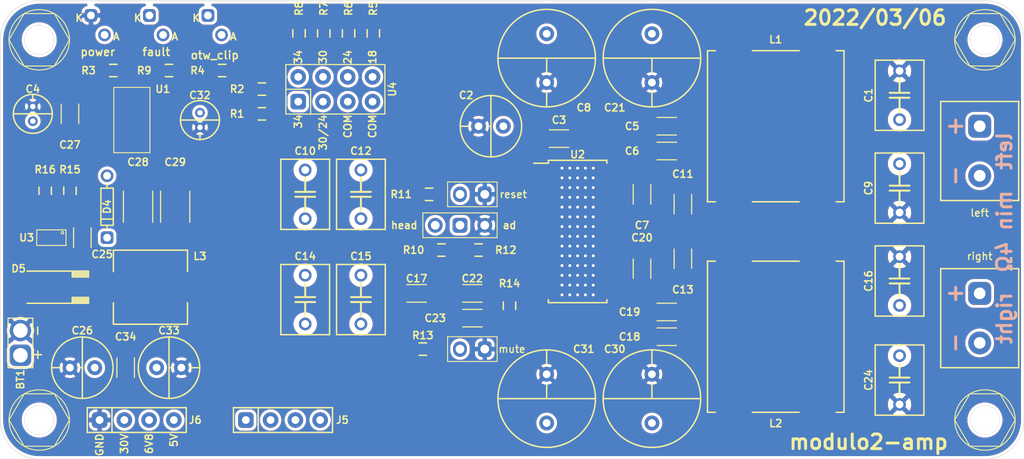
<source format=kicad_pcb>
(kicad_pcb (version 20211014) (generator pcbnew)
  (layers (0 "F.Cu" signal) (31 "B.Cu" signal) (34 "B.Paste" user) (35 "F.Paste" user) (36 "B.SilkS" user "B.Silkscreen") (37 "F.SilkS" user "F.Silkscreen") (38 "B.Mask" user) (39 "F.Mask" user) (44 "Edge.Cuts" user))
  (net 0 "")
  (net 1 "GND")
  (net 2 "Net-(C1-Pad1)")
  (net 3 "+5V")
  (net 4 "Net-(C5-Pad1)")
  (net 5 "Net-(C6-Pad1)")
  (net 6 "+BATT")
  (net 7 "Net-(C9-Pad2)")
  (net 8 "Net-(C10-Pad2)")
  (net 9 "Net-(C12-Pad2)")
  (net 10 "Net-(C14-Pad2)")
  (net 11 "Net-(C15-Pad2)")
  (net 12 "Net-(C16-Pad1)")
  (net 13 "Net-(C18-Pad2)")
  (net 14 "Net-(C19-Pad2)")
  (net 15 "Net-(C24-Pad2)")
  (net 16 "Net-(C25-Pad2)")
  (net 17 "Net-(C25-Pad1)")
  (net 18 "Net-(D1-Pad2)")
  (net 19 "Net-(D2-Pad1)")
  (net 20 "Net-(D3-Pad1)")
  (net 21 "OTW_CLIP")
  (net 22 "FAULT")
  (net 23 "Net-(R15-Pad2)")
  (net 24 "Net-(R1-Pad2)")
  (net 25 "Net-(R2-Pad2)")
  (net 26 "Net-(R5-Pad1)")
  (net 27 "Net-(R6-Pad1)")
  (net 28 "Net-(R7-Pad1)")
  (net 29 "Net-(R8-Pad1)")
  (net 30 "Net-(R13-Pad2)")
  (net 31 "Net-(U2-Pad2)")
  (net 32 "HEAD")
  (net 33 "Net-(C10-Pad1)")
  (net 34 "Net-(C12-Pad1)")
  (net 35 "Net-(C14-Pad1)")
  (net 36 "Net-(C15-Pad1)")
  (net 37 "6V8")
  (net 38 "/OUT1_P")
  (net 39 "/OUT1_M")
  (net 40 "/CMUTE")
  (net 41 "/OUT2_M")
  (net 42 "/OUT2_P")
  (net 43 "/GVDD")
  (net 44 "/FREQ_ADJ")
  (net 45 "/RESET")
  (footprint "myAmp:CPOL_D6.3_P2.5" (layer "F.Cu") (at 100.33 62.865 180)
    (fp_text reference "C2" (at 2.54 3.175 180) (layer "F.SilkS") (effects (font (size 0.75 0.75))))
    (fp_text value "470μF")
    (pad "1" thru_hole circle locked (at -1.27 0 180) (size 1.524 1.524) (drill 0.8) (layers *.Cu *.Mask) (net 3 "+5V"))
    (pad "2" thru_hole circle locked (at 1.27 0 180) (size 1.524 1.524) (drill 0.8) (layers *.Cu *.Mask) (net 1 "GND"))
  )
  (footprint "myAmp:C_1206" (layer "F.Cu") (at 118.364 62.865)
    (fp_text reference "C5" (at -3.556 0) (layer "F.SilkS") (effects (font (size 0.75 0.75))))
    (fp_text value "33nF" hide)
    (pad "1" smd roundrect locked (at -1.7 0) (size 1.425 1.75) (layers "F.Cu" "F.Paste" "F.Mask") (roundrect_rratio 0.175) (net 4 "Net-(C5-Pad1)"))
    (pad "2" smd roundrect locked (at 1.7 0) (size 1.425 1.75) (layers "F.Cu" "F.Paste" "F.Mask") (roundrect_rratio 0.175) (net 38 "/OUT1_P"))
  )
  (footprint "myAmp:C_1206" (layer "F.Cu") (at 120.015 70.866 -90)
    (fp_text reference "C11" (at -3.0988 0) (layer "F.SilkS") (effects (font (size 0.75 0.75))))
    (fp_text value "1μF" hide)
    (pad "1" smd roundrect locked (at -1.7 0 270) (size 1.425 1.75) (layers "F.Cu" "F.Paste" "F.Mask") (roundrect_rratio 0.175) (net 6 "+BATT"))
    (pad "2" smd roundrect locked (at 1.7 0 270) (size 1.425 1.75) (layers "F.Cu" "F.Paste" "F.Mask") (roundrect_rratio 0.175) (net 1 "GND"))
  )
  (footprint "myAmp:C_FILM_L7.2mm_W5.0mm_P5.00mm" (layer "F.Cu") (at 86.995 69.85 90)
    (fp_text reference "C12" (at 4.445 0 180) (layer "F.SilkS") (effects (font (size 0.75 0.75))))
    (fp_text value "1μF" hide)
    (pad "1" thru_hole circle (at -2.5 0 90) (size 1.3 1.3) (drill 0.8) (layers *.Cu *.Mask) (net 34 "Net-(C12-Pad1)"))
    (pad "2" thru_hole circle (at 2.5 0 90) (size 1.3 1.3) (drill 0.8) (layers *.Cu *.Mask) (net 9 "Net-(C12-Pad2)"))
  )
  (footprint "myAmp:C_FILM_L7.2mm_W5.0mm_P5.00mm" (layer "F.Cu") (at 81.28 80.645 90)
    (fp_text reference "C14" (at 4.445 0 180) (layer "F.SilkS") (effects (font (size 0.75 0.75))))
    (fp_text value "1μF" hide)
    (pad "1" thru_hole circle (at -2.5 0 90) (size 1.3 1.3) (drill 0.8) (layers *.Cu *.Mask) (net 35 "Net-(C14-Pad1)"))
    (pad "2" thru_hole circle (at 2.5 0 90) (size 1.3 1.3) (drill 0.8) (layers *.Cu *.Mask) (net 10 "Net-(C14-Pad2)"))
  )
  (footprint "myAmp:C_FILM_L7.2mm_W5.0mm_P5.00mm" (layer "F.Cu") (at 86.995 80.645 90)
    (fp_text reference "C15" (at 4.445 0 180) (layer "F.SilkS") (effects (font (size 0.75 0.75))))
    (fp_text value "1μF" hide)
    (pad "1" thru_hole circle (at -2.5 0 90) (size 1.3 1.3) (drill 0.8) (layers *.Cu *.Mask) (net 36 "Net-(C15-Pad1)"))
    (pad "2" thru_hole circle (at 2.5 0 90) (size 1.3 1.3) (drill 0.8) (layers *.Cu *.Mask) (net 11 "Net-(C15-Pad2)"))
  )
  (footprint "myAmp:C_1206" (layer "F.Cu") (at 92.71 80.01)
    (fp_text reference "C17" (at 0 -1.524) (layer "F.SilkS") (effects (font (size 0.75 0.75))))
    (fp_text value "33nF" hide)
    (pad "1" smd roundrect locked (at -1.7 0) (size 1.425 1.75) (layers "F.Cu" "F.Paste" "F.Mask") (roundrect_rratio 0.175) (net 40 "/CMUTE"))
    (pad "2" smd roundrect locked (at 1.7 0) (size 1.425 1.75) (layers "F.Cu" "F.Paste" "F.Mask") (roundrect_rratio 0.175) (net 1 "GND"))
  )
  (footprint "myAmp:C_1206" (layer "F.Cu") (at 115.824 77.47 -90)
    (fp_text reference "C20" (at -3.175 0 180) (layer "F.SilkS") (effects (font (size 0.75 0.75))))
    (fp_text value "1μF" hide)
    (pad "1" smd roundrect locked (at -1.7 0 270) (size 1.425 1.75) (layers "F.Cu" "F.Paste" "F.Mask") (roundrect_rratio 0.175) (net 6 "+BATT"))
    (pad "2" smd roundrect locked (at 1.7 0 270) (size 1.425 1.75) (layers "F.Cu" "F.Paste" "F.Mask") (roundrect_rratio 0.175) (net 1 "GND"))
  )
  (footprint "myAmp:C_1206" (layer "F.Cu") (at 98.425 80.01 180)
    (fp_text reference "C22" (at 0 1.524) (layer "F.SilkS") (effects (font (size 0.75 0.75))))
    (fp_text value "1μF" hide)
    (pad "1" smd roundrect locked (at -1.7 0 180) (size 1.425 1.75) (layers "F.Cu" "F.Paste" "F.Mask") (roundrect_rratio 0.175) (net 3 "+5V"))
    (pad "2" smd roundrect locked (at 1.7 0 180) (size 1.425 1.75) (layers "F.Cu" "F.Paste" "F.Mask") (roundrect_rratio 0.175) (net 1 "GND"))
  )
  (footprint "myAmp:C_1206" (layer "F.Cu") (at 98.425 82.55 180)
    (fp_text reference "C23" (at 3.81 0) (layer "F.SilkS") (effects (font (size 0.75 0.75))))
    (fp_text value "1μF" hide)
    (pad "1" smd roundrect locked (at -1.7 0 180) (size 1.425 1.75) (layers "F.Cu" "F.Paste" "F.Mask") (roundrect_rratio 0.175) (net 43 "/GVDD"))
    (pad "2" smd roundrect locked (at 1.7 0 180) (size 1.425 1.75) (layers "F.Cu" "F.Paste" "F.Mask") (roundrect_rratio 0.175) (net 1 "GND"))
  )
  (footprint "myAmp:MountingHole" (layer "F.Cu") (at 151 93)
    (fp_text reference "J1" hide)
    (fp_text value "HOLE" hide)
    (pad "1" thru_hole circle locked (at 0 0) (size 3 3) (drill 3) (layers *.Cu *.Mask))
  )
  (footprint "myAmp:MountingHole" (layer "F.Cu") (at 151 54)
    (fp_text reference "J2" hide)
    (fp_text value "HOLE" hide)
    (pad "1" thru_hole circle locked (at 0 0) (size 3 3) (drill 3) (layers *.Cu *.Mask))
  )
  (footprint "myAmp:MountingHole" (layer "F.Cu") (at 54 54)
    (fp_text reference "J3" hide)
    (fp_text value "HOLE" hide)
    (pad "1" thru_hole circle locked (at 0 0) (size 3 3) (drill 3) (layers *.Cu *.Mask))
  )
  (footprint "myAmp:MountingHole" (layer "F.Cu") (at 54 93)
    (fp_text reference "J4" hide)
    (fp_text value "HOLE" hide)
    (pad "1" thru_hole circle locked (at 0 0) (size 3 3) (drill 3) (layers *.Cu *.Mask))
  )
  (footprint "myAmp:R_0805" (layer "F.Cu") (at 76.835 59.055)
    (fp_text reference "R2" (at -2.54 0) (layer "F.SilkS") (effects (font (size 0.75 0.75))))
    (fp_text value "75K" hide)
    (pad "1" smd roundrect locked (at -1 0) (size 1 1.3) (layers "F.Cu" "F.Paste" "F.Mask") (net 3 "+5V"))
    (pad "2" smd roundrect locked (at 1 0) (size 1 1.3) (layers "F.Cu" "F.Paste" "F.Mask") (net 25 "Net-(R2-Pad2)"))
  )
  (footprint "myAmp:R_0805" (layer "F.Cu") (at 61.595 57.15 180)
    (fp_text reference "R3" (at 2.54 0) (layer "F.SilkS") (effects (font (size 0.75 0.75))))
    (fp_text value "10K" hide)
    (pad "1" smd roundrect locked (at -1 0 180) (size 1 1.3) (layers "F.Cu" "F.Paste" "F.Mask") (net 6 "+BATT"))
    (pad "2" smd roundrect locked (at 1 0 180) (size 1 1.3) (layers "F.Cu" "F.Paste" "F.Mask") (net 18 "Net-(D1-Pad2)"))
  )
  (footprint "myAmp:R_0805" (layer "F.Cu") (at 88.265 53.34 90)
    (fp_text reference "R5" (at 2.54 0 90) (layer "F.SilkS") (effects (font (size 0.75 0.75))))
    (fp_text value "5K6" hide)
    (pad "1" smd roundrect locked (at -1 0 90) (size 1 1.3) (layers "F.Cu" "F.Paste" "F.Mask") (net 26 "Net-(R5-Pad1)"))
    (pad "2" smd roundrect locked (at 1 0 90) (size 1 1.3) (layers "F.Cu" "F.Paste" "F.Mask") (net 1 "GND"))
  )
  (footprint "myAmp:R_0805" (layer "F.Cu") (at 85.725 53.34 90)
    (fp_text reference "R6" (at 2.54 0 90) (layer "F.SilkS") (effects (font (size 0.75 0.75))))
    (fp_text value "20K" hide)
    (pad "1" smd roundrect locked (at -1 0 90) (size 1 1.3) (layers "F.Cu" "F.Paste" "F.Mask") (net 27 "Net-(R6-Pad1)"))
    (pad "2" smd roundrect locked (at 1 0 90) (size 1 1.3) (layers "F.Cu" "F.Paste" "F.Mask") (net 1 "GND"))
  )
  (footprint "myAmp:R_0805" (layer "F.Cu") (at 83.185 53.34 90)
    (fp_text reference "R7" (at 2.54 0 90) (layer "F.SilkS") (effects (font (size 0.75 0.75))))
    (fp_text value "39K" hide)
    (pad "1" smd roundrect locked (at -1 0 90) (size 1 1.3) (layers "F.Cu" "F.Paste" "F.Mask") (net 28 "Net-(R7-Pad1)"))
    (pad "2" smd roundrect locked (at 1 0 90) (size 1 1.3) (layers "F.Cu" "F.Paste" "F.Mask") (net 1 "GND"))
  )
  (footprint "myAmp:R_0805" (layer "F.Cu") (at 80.645 53.34 90)
    (fp_text reference "R8" (at 2.54 0 90) (layer "F.SilkS") (effects (font (size 0.75 0.75))))
    (fp_text value "47K" hide)
    (pad "1" smd roundrect locked (at -1 0 90) (size 1 1.3) (layers "F.Cu" "F.Paste" "F.Mask") (net 29 "Net-(R8-Pad1)"))
    (pad "2" smd roundrect locked (at 1 0 90) (size 1 1.3) (layers "F.Cu" "F.Paste" "F.Mask") (net 1 "GND"))
  )
  (footprint "myAmp:R_0805" (layer "F.Cu") (at 93.98 69.85 180)
    (fp_text reference "R11" (at 2.8575 0) (layer "F.SilkS") (effects (font (size 0.75 0.75))))
    (fp_text value "47K" hide)
    (pad "1" smd roundrect locked (at -1 0 180) (size 1 1.3) (layers "F.Cu" "F.Paste" "F.Mask") (net 45 "/RESET"))
    (pad "2" smd roundrect locked (at 1 0 180) (size 1 1.3) (layers "F.Cu" "F.Paste" "F.Mask") (net 3 "+5V"))
  )
  (footprint "myAmp:Switch_2.5mm" (layer "F.Cu") (at 98.425 69.85)
    (fp_text reference "SW1" hide)
    (fp_text value "reset" (at 4.191 0) (layer "F.SilkS") (effects (font (size 0.75 0.75) (thickness 0.127))))
    (pad "1" thru_hole roundrect locked (at 1.27 0) (size 1.4 1.6) (drill 0.9) (layers *.Cu *.Mask) (net 1 "GND"))
    (pad "2" thru_hole oval locked (at -1.27 0) (size 1.4 1.6) (drill 0.9) (layers *.Cu *.Mask) (net 45 "/RESET"))
  )
  (footprint "myAmp:SW_SPDT_JUMPER" (layer "F.Cu") (at 97.155 73.025)
    (fp_text reference "SW3" hide)
    (fp_text value "HEAD/AD" hide)
    (pad "1" thru_hole circle locked (at -2.54 0) (size 1.524 1.524) (drill 0.9) (layers *.Cu *.Mask) (net 3 "+5V"))
    (pad "2" thru_hole roundrect locked (at 0 0) (size 1.524 1.524) (drill 0.9) (layers *.Cu *.Mask) (net 32 "HEAD"))
    (pad "3" thru_hole circle locked (at 2.54 0) (size 1.524 1.524) (drill 0.9) (layers *.Cu *.Mask) (net 1 "GND"))
  )
  (footprint "myAmp:CPOL_D10_P5" (layer "F.Cu") (at 106.045 55.88 -90)
    (fp_text reference "C8" (at 5.08 -3.81 180) (layer "F.SilkS") (effects (font (size 0.75 0.75))))
    (fp_text value "220μF")
    (pad "1" thru_hole circle locked (at -2.5 0 270) (size 1.524 1.524) (drill 0.8) (layers *.Cu *.Mask) (net 6 "+BATT"))
    (pad "2" thru_hole circle locked (at 2.5 0 270) (size 1.524 1.524) (drill 0.8) (layers *.Cu *.Mask) (net 1 "GND"))
  )
  (footprint "myAmp:CPOL_D10_P5" (layer "F.Cu") (at 116.84 55.88 -90)
    (fp_text reference "C21" (at 5.08 3.81 180) (layer "F.SilkS") (effects (font (size 0.75 0.75))))
    (fp_text value "220μF")
    (pad "1" thru_hole circle locked (at -2.5 0 270) (size 1.524 1.524) (drill 0.8) (layers *.Cu *.Mask) (net 6 "+BATT"))
    (pad "2" thru_hole circle locked (at 2.5 0 270) (size 1.524 1.524) (drill 0.8) (layers *.Cu *.Mask) (net 1 "GND"))
  )
  (footprint "myAmp:CPOL_D10_P5" (layer "F.Cu") (at 116.84 90.805 90)
    (fp_text reference "C30" (at 5.08 -3.81 180) (layer "F.SilkS") (effects (font (size 0.75 0.75))))
    (fp_text value "220μF")
    (pad "1" thru_hole circle locked (at -2.5 0 90) (size 1.524 1.524) (drill 0.8) (layers *.Cu *.Mask) (net 6 "+BATT"))
    (pad "2" thru_hole circle locked (at 2.5 0 90) (size 1.524 1.524) (drill 0.8) (layers *.Cu *.Mask) (net 1 "GND"))
  )
  (footprint "myAmp:TSSOP-44_4.4x9.7mm_Pitch0.635mm_ThermalPad" (layer "F.Cu") (at 109.22 73.66)
    (fp_text reference "U2" (at 0 -7.9) (layer "F.SilkS") (effects (font (size 0.75 0.75))))
    (fp_text value "TPA3220" hide)
    (pad "1" smd rect locked (at -3.75 -6.6675) (size 1.5 0.32) (layers "F.Cu" "F.Paste" "F.Mask") (net 3 "+5V"))
    (pad "2" smd rect locked (at -3.75 -6.0325) (size 1.5 0.32) (layers "F.Cu" "F.Paste" "F.Mask") (net 31 "Net-(U2-Pad2)"))
    (pad "3" smd rect locked (at -3.75 -5.3975) (size 1.5 0.32) (layers "F.Cu" "F.Paste" "F.Mask") (net 21 "OTW_CLIP"))
    (pad "4" smd rect locked (at -3.75 -4.7625) (size 1.5 0.32) (layers "F.Cu" "F.Paste" "F.Mask") (net 22 "FAULT"))
    (pad "5" smd rect locked (at -3.75 -4.1275) (size 1.5 0.32) (layers "F.Cu" "F.Paste" "F.Mask") (net 1 "GND"))
    (pad "6" smd rect locked (at -3.75 -3.4925) (size 1.5 0.32) (layers "F.Cu" "F.Paste" "F.Mask") (net 1 "GND"))
    (pad "7" smd rect locked (at -3.75 -2.8575) (size 1.5 0.32) (layers "F.Cu" "F.Paste" "F.Mask") (net 1 "GND"))
    (pad "8" smd rect locked (at -3.75 -2.2225) (size 1.5 0.32) (layers "F.Cu" "F.Paste" "F.Mask") (net 8 "Net-(C10-Pad2)"))
    (pad "9" smd rect locked (at -3.75 -1.5875) (size 1.5 0.32) (layers "F.Cu" "F.Paste" "F.Mask") (net 9 "Net-(C12-Pad2)"))
    (pad "10" smd rect locked (at -3.75 -0.9525) (size 1.5 0.32) (layers "F.Cu" "F.Paste" "F.Mask") (net 45 "/RESET"))
    (pad "11" smd rect locked (at -3.75 -0.3175) (size 1.5 0.32) (layers "F.Cu" "F.Paste" "F.Mask") (net 32 "HEAD"))
    (pad "12" smd rect locked (at -3.75 0.3175) (size 1.5 0.32) (layers "F.Cu" "F.Paste" "F.Mask"))
    (pad "13" smd rect locked (at -3.75 0.9525) (size 1.5 0.32) (layers "F.Cu" "F.Paste" "F.Mask"))
    (pad "14" smd rect locked (at -3.75 1.5875) (size 1.5 0.32) (layers "F.Cu" "F.Paste" "F.Mask") (net 44 "/FREQ_ADJ"))
    (pad "15" smd rect locked (at -3.75 2.2225) (size 1.5 0.32) (layers "F.Cu" "F.Paste" "F.Mask") (net 10 "Net-(C14-Pad2)"))
    (pad "16" smd rect locked (at -3.75 2.8575) (size 1.5 0.32) (layers "F.Cu" "F.Paste" "F.Mask") (net 11 "Net-(C15-Pad2)"))
    (pad "17" smd rect locked (at -3.75 3.4925) (size 1.5 0.32) (layers "F.Cu" "F.Paste" "F.Mask") (net 40 "/CMUTE"))
    (pad "18" smd rect locked (at -3.75 4.1275) (size 1.5 0.32) (layers "F.Cu" "F.Paste" "F.Mask") (net 1 "GND"))
    (pad "19" smd rect locked (at -3.75 4.7625) (size 1.5 0.32) (layers "F.Cu" "F.Paste" "F.Mask") (net 1 "GND"))
    (pad "20" smd rect locked (at -3.75 5.3975) (size 1.5 0.32) (layers "F.Cu" "F.Paste" "F.Mask") (net 1 "GND"))
    (pad "21" smd rect locked (at -3.75 6.0325) (size 1.5 0.32) (layers "F.Cu" "F.Paste" "F.Mask") (net 3 "+5V"))
    (pad "22" smd rect locked (at -3.75 6.6675) (size 1.5 0.32) (layers "F.Cu" "F.Paste" "F.Mask") (net 43 "/GVDD"))
    (pad "23" smd rect locked (at 3.75 6.6675) (size 1.5 0.32) (layers "F.Cu" "F.Paste" "F.Mask") (net 13 "Net-(C18-Pad2)"))
    (pad "24" smd rect locked (at 3.75 6.0325) (size 1.5 0.32) (layers "F.Cu" "F.Paste" "F.Mask") (net 14 "Net-(C19-Pad2)"))
    (pad "25" smd rect locked (at 3.75 5.3975) (size 1.5 0.32) (layers "F.Cu" "F.Paste" "F.Mask") (net 1 "GND"))
    (pad "26" smd rect locked (at 3.75 4.7625) (size 1.5 0.32) (layers "F.Cu" "F.Paste" "F.Mask") (net 1 "GND"))
    (pad "27" smd rect locked (at 3.75 4.1275) (size 1.5 0.32) (layers "F.Cu" "F.Paste" "F.Mask") (net 41 "/OUT2_M"))
    (pad "28" smd rect locked (at 3.75 3.4925) (size 1.5 0.32) (layers "F.Cu" "F.Paste" "F.Mask") (net 41 "/OUT2_M"))
    (pad "29" smd rect locked (at 3.75 2.8575) (size 1.5 0.32) (layers "F.Cu" "F.Paste" "F.Mask") (net 6 "+BATT"))
    (pad "30" smd rect locked (at 3.75 2.2225) (size 1.5 0.32) (layers "F.Cu" "F.Paste" "F.Mask") (net 6 "+BATT"))
    (pad "31" smd rect locked (at 3.75 1.5875) (size 1.5 0.32) (layers "F.Cu" "F.Paste" "F.Mask") (net 6 "+BATT"))
    (pad "32" smd rect locked (at 3.75 0.9525) (size 1.5 0.32) (layers "F.Cu" "F.Paste" "F.Mask") (net 42 "/OUT2_P"))
    (pad "33" smd rect locked (at 3.75 0.3175) (size 1.5 0.32) (layers "F.Cu" "F.Paste" "F.Mask") (net 1 "GND"))
    (pad "34" smd rect locked (at 3.75 -0.3175) (size 1.5 0.32) (layers "F.Cu" "F.Paste" "F.Mask") (net 1 "GND"))
    (pad "35" smd rect locked (at 3.75 -0.9525) (size 1.5 0.32) (layers "F.Cu" "F.Paste" "F.Mask") (net 39 "/OUT1_M"))
    (pad "36" smd rect locked (at 3.75 -1.5875) (size 1.5 0.32) (layers "F.Cu" "F.Paste" "F.Mask") (net 6 "+BATT"))
    (pad "37" smd rect locked (at 3.75 -2.2225) (size 1.5 0.32) (layers "F.Cu" "F.Paste" "F.Mask") (net 6 "+BATT"))
    (pad "38" smd rect locked (at 3.75 -2.8575) (size 1.5 0.32) (layers "F.Cu" "F.Paste" "F.Mask") (net 6 "+BATT"))
    (pad "39" smd rect locked (at 3.75 -3.4925) (size 1.5 0.32) (layers "F.Cu" "F.Paste" "F.Mask") (net 38 "/OUT1_P"))
    (pad "40" smd rect locked (at 3.75 -4.1275) (size 1.5 0.32) (layers "F.Cu" "F.Paste" "F.Mask") (net 38 "/OUT1_P"))
    (pad "41" smd rect locked (at 3.75 -4.7625) (size 1.5 0.32) (layers "F.Cu" "F.Paste" "F.Mask") (net 1 "GND"))
    (pad "42" smd rect locked (at 3.75 -5.3975) (size 1.5 0.32) (layers "F.Cu" "F.Paste" "F.Mask") (net 1 "GND"))
    (pad "43" smd rect locked (at 3.75 -6.0325) (size 1.5 0.32) (layers "F.Cu" "F.Paste" "F.Mask") (net 5 "Net-(C6-Pad1)"))
    (pad "44" smd rect locked (at 3.75 -6.6675) (size 1.5 0.32) (layers "F.Cu" "F.Paste" "F.Mask") (net 4 "Net-(C5-Pad1)"))
    (pad "45" thru_hole rect locked (at 0.8 -1.5) (size 0.9 1.1) (drill 0.3) (layers *.Cu *.Mask) (net 1 "GND"))
    (pad "45" thru_hole rect locked (at 0 -3.5) (size 0.9 1.1) (drill 0.3) (layers *.Cu *.Mask) (net 1 "GND"))
    (pad "45" thru_hole rect locked (at 0.8 6.5) (size 0.9 1.1) (drill 0.3) (layers *.Cu) (net 1 "GND"))
    (pad "45" thru_hole rect locked (at 0.8 -0.5) (size 0.9 1.1) (drill 0.3) (layers *.Cu *.Mask) (net 1 "GND"))
    (pad "45" thru_hole rect locked (at -0.8 2.5) (size 0.9 1.1) (drill 0.3) (layers *.Cu *.Mask) (net 1 "GND"))
    (pad "45" thru_hole rect locked (at 0.8 -6.5) (size 0.9 1.1) (drill 0.3) (layers *.Cu) (net 1 "GND"))
    (pad "45" thru_hole rect locked (at -0.8 -2.5) (size 0.9 1.1) (drill 0.3) (layers *.Cu *.Mask) (net 1 "GND"))
    (pad "45" thru_hole rect locked (at 1.6 3.5) (size 0.9 1.1) (drill 0.3) (layers *.Cu *.Mask) (net 1 "GND"))
    (pad "45" thru_hole rect locked (at -1.6 -5.5) (size 0.9 1.1) (drill 0.3) (layers *.Cu) (net 1 "GND"))
    (pad "45" thru_hole rect locked (at -0.8 3.5) (size 0.9 1.1) (drill 0.3) (layers *.Cu *.Mask) (net 1 "GND"))
    (pad "45" thru_hole rect locked (at 1.6 -4.5) (size 0.9 1.1) (drill 0.3) (layers *.Cu) (net 1 "GND"))
    (pad "45" thru_hole rect locked (at 1.6 -1.5) (size 0.9 1.1) (drill 0.3) (layers *.Cu *.Mask) (net 1 "GND"))
    (pad "45" thru_hole rect locked (at 0 -4.5) (size 0.9 1.1) (drill 0.3) (layers *.Cu) (net 1 "GND"))
    (pad "45" thru_hole rect locked (at -0.8 6.5) (size 0.9 1.1) (drill 0.3) (layers *.Cu) (net 1 "GND"))
    (pad "45" thru_hole rect locked (at -0.8 5.5) (size 0.9 1.1) (drill 0.3) (layers *.Cu) (net 1 "GND"))
    (pad "45" thru_hole rect locked (at 0 0.5) (size 0.9 1.1) (drill 0.3) (layers *.Cu *.Mask) (net 1 "GND"))
    (pad "45" thru_hole rect locked (at -1.6 -2.5) (size 0.9 1.1) (drill 0.3) (layers *.Cu *.Mask) (net 1 "GND"))
    (pad "45" thru_hole rect locked (at -0.8 1.5) (size 0.9 1.1) (drill 0.3) (layers *.Cu *.Mask) (net 1 "GND"))
    (pad "45" thru_hole rect locked (at 0.8 -4.5) (size 0.9 1.1) (drill 0.3) (layers *.Cu) (net 1 "GND"))
    (pad "45" thru_hole rect locked (at -1.6 3.5) (size 0.9 1.1) (drill 0.3) (layers *.Cu *.Mask) (net 1 "GND"))
    (pad "45" thru_hole rect locked (at -0.8 -4.5) (size 0.9 1.1) (drill 0.3) (layers *.Cu) (net 1 "GND"))
    (pad "45" thru_hole rect locked (at -0.8 -6.5) (size 0.9 1.1) (drill 0.3) (layers *.Cu) (net 1 "GND"))
    (pad "45" thru_hole rect locked (at 0.8 3.5) (size 0.9 1.1) (drill 0.3) (layers *.Cu *.Mask) (net 1 "GND"))
    (pad "45" thru_hole rect locked (at 0 -5.5) (size 0.9 1.1) (drill 0.3) (layers *.Cu) (net 1 "GND"))
    (pad "45" thru_hole rect locked (at 0 -0.5) (size 0.9 1.1) (drill 0.3) (layers *.Cu *.Mask) (net 1 "GND"))
    (pad "45" thru_hole rect locked (at 1.6 5.5) (size 0.9 1.1) (drill 0.3) (layers *.Cu) (net 1 "GND"))
    (pad "45" thru_hole rect locked (at -1.6 0.5) (size 0.9 1.1) (drill 0.3) (layers *.Cu *.Mask) (net 1 "GND"))
    (pad "45" thru_hole rect locked (at 0.8 -2.5) (size 0.9 1.1) (drill 0.3) (layers *.Cu *.Mask) (net 1 "GND"))
    (pad "45" thru_hole rect locked (at 0 1.5) (size 0.9 1.1) (drill 0.3) (layers *.Cu *.Mask) (net 1 "GND"))
    (pad "45" thru_hole rect locked (at 1.6 -5.5) (size 0.9 1.1) (drill 0.3) (layers *.Cu) (net 1 "GND"))
    (pad "45" thru_hole rect locked (at 0.8 4.5) (size 0.9 1.1) (drill 0.3) (layers *.Cu) (net 1 "GND"))
    (pad "45" thru_hole rect locked (at -1.6 -3.5) (size 0.9 1.1) (drill 0.3) (layers *.Cu *.Mask) (net 1 "GND"))
    (pad "45" thru_hole rect locked (at 1.6 4.5) (size 0.9 1.1) (drill 0.3) (layers *.Cu) (net 1 "GND"))
    (pad "45" thru_hole rect locked (at -1.6 -4.5) (size 0.9 1.1) (drill 0.3) (layers *.Cu) (net 1 "GND"))
    (pad "45" thru_hole rect locked (at -1.6 4.5) (size 0.9 1.1) (drill 0.3) (layers *.Cu) (net 1 "GND"))
    (pad "45" thru_hole rect locked (at -0.8 0.5) (size 0.9 1.1) (drill 0.3) (layers *.Cu *.Mask) (net 1 "GND"))
    (pad "45" thru_hole rect locked (at 1.6 -6.5) (size 0.9 1.1) (drill 0.3) (layers *.Cu) (net 1 "GND"))
    (pad "45" thru_hole rect locked (at 0 4.5) (size 0.9 1.1) (drill 0.3) (layers *.Cu) (net 1 "GND"))
    (pad "45" thru_hole rect locked (at -1.6 -6.5) (size 0.9 1.1) (drill 0.3) (layers *.Cu) (net 1 "GND"))
    (pad "45" thru_hole rect locked (at 1.6 -0.5) (size 0.9 1.1) (drill 0.3) (layers *.Cu *.Mask) (net 1 "GND"))
    (pad "45" thru_hole rect locked (at -1.6 2.5) (size 0.9 1.1) (drill 0.3) (layers *.Cu *.Mask) (net 1 "GND"))
    (pad "45" thru_hole rect locked (at 1.6 0.5) (size 0.9 1.1) (drill 0.3) (layers *.Cu *.Mask) (net 1 "GND"))
    (pad "45" thru_hole rect locked (at 0.8 -5.5) (size 0.9 1.1) (drill 0.3) (layers *.Cu) (net 1 "GND"))
    (pad "45" thru_hole rect locked (at 1.6 -3.5) (size 0.9 1.1) (drill 0.3) (layers *.Cu *.Mask) (net 1 "GND"))
    (pad "45" thru_hole rect locked (at 0 -6.5) (size 0.9 1.1) (drill 0.3) (layers *.Cu) (net 1 "GND"))
    (pad "45" thru_hole rect locked (at -0.8 4.5) (size 0.9 1.1) (drill 0.3) (layers *.Cu) (net 1 "GND"))
    (pad "45" thru_hole rect locked (at 0 2.5) (size 0.9 1.1) (drill 0.3) (layers *.Cu *.Mask) (net 1 "GND"))
    (pad "45" thru_hole rect locked (at -1.6 6.5) (size 0.9 1.1) (drill 0.3) (layers *.Cu) (net 1 "GND"))
    (pad "45" thru_hole rect locked (at 0.8 2.5) (size 0.9 1.1) (drill 0.3) (layers *.Cu *.Mask) (net 1 "GND"))
    (pad "45" thru_hole rect locked (at -0.8 -1.5) (size 0.9 1.1) (drill 0.3) (layers *.Cu *.Mask) (net 1 "GND"))
    (pad "45" thru_hole rect locked (at 0 5.5) (size 0.9 1.1) (drill 0.3) (layers *.Cu) (net 1 "GND"))
    (pad "45" thru_hole rect locked (at 1.6 -2.5) (size 0.9 1.1) (drill 0.3) (layers *.Cu *.Mask) (net 1 "GND"))
    (pad "45" thru_hole rect locked (at 0 6.5) (size 0.9 1.1) (drill 0.3) (layers *.Cu) (net 1 "GND"))
    (pad "45" thru_hole rect locked (at -0.8 -5.5) (size 0.9 1.1) (drill 0.3) (layers *.Cu) (net 1 "GND"))
    (pad "45" thru_hole rect locked (at 0.8 5.5) (size 0.9 1.1) (drill 0.3) (layers *.Cu) (net 1 "GND"))
    (pad "45" thru_hole rect locked (at -1.6 1.5) (size 0.9 1.1) (drill 0.3) (layers *.Cu *.Mask) (net 1 "GND"))
    (pad "45" thru_hole rect locked (at 0 -2.5) (size 0.9 1.1) (drill 0.3) (layers *.Cu *.Mask) (net 1 "GND"))
    (pad "45" thru_hole rect locked (at 0.8 -3.5) (size 0.9 1.1) (drill 0.3) (layers *.Cu *.Mask) (net 1 "GND"))
    (pad "45" thru_hole rect locked (at 1.6 2.5) (size 0.9 1.1) (drill 0.3) (layers *.Cu *.Mask) (net 1 "GND"))
    (pad "45" thru_hole rect locked (at 0.8 1.5) (size 0.9 1.1) (drill 0.3) (layers *.Cu *.Mask) (net 1 "GND"))
    (pad "45" thru_hole rect locked (at -1.6 -1.5) (size 0.9 1.1) (drill 0.3) (layers *.Cu *.Mask) (net 1 "GND"))
    (pad "45" thru_hole rect locked (at 0 3.5) (size 0.9 1.1) (drill 0.3) (layers *.Cu *.Mask) (net 1 "GND"))
    (pad "45" thru_hole rect locked (at -0.8 -3.5) (size 0.9 1.1) (drill 0.3) (layers *.Cu *.Mask) (net 1 "GND"))
    (pad "45" thru_hole rect locked (at -0.8 -0.5) (size 0.9 1.1) (drill 0.3) (layers *.Cu *.Mask) (net 1 "GND"))
    (pad "45" thru_hole rect locked (at 1.6 1.5) (size 0.9 1.1) (drill 0.3) (layers *.Cu *.Mask) (net 1 "GND"))
    (pad "45" thru_hole rect locked (at 1.6 6.5) (size 0.9 1.1) (drill 0.3) (layers *.Cu) (net 1 "GND"))
    (pad "45" thru_hole rect locked (at 0.8 0.5) (size 0.9 1.1) (drill 0.3) (layers *.Cu *.Mask) (net 1 "GND"))
    (pad "45" thru_hole rect locked (at -1.6 5.5) (size 0.9 1.1) (drill 0.3) (layers *.Cu) (net 1 "GND"))
    (pad "45" thru_hole rect locked (at 0 -1.5) (size 0.9 1.1) (drill 0.3) (layers *.Cu *.Mask) (net 1 "GND"))
    (pad "45" thru_hole rect locked (at -1.6 -0.5) (size 0.9 1.1) (drill 0.3) (layers *.Cu *.Mask) (net 1 "GND"))
  )
  (footprint "myAmp:C_1206" (layer "F.Cu") (at 107.315 64.135 180)
    (fp_text reference "C3" (at 0 1.905 180) (layer "F.SilkS") (effects (font (size 0.75 0.75))))
    (fp_text value "100nF" hide)
    (pad "1" smd roundrect locked (at -1.7 0 180) (size 1.425 1.75) (layers "F.Cu" "F.Paste" "F.Mask") (roundrect_rratio 0.175) (net 1 "GND"))
    (pad "2" smd roundrect locked (at 1.7 0 180) (size 1.425 1.75) (layers "F.Cu" "F.Paste" "F.Mask") (roundrect_rratio 0.175) (net 3 "+5V"))
  )
  (footprint "myAmp:COILCRAFT-UA801x-AL" (layer "F.Cu") (at 129.54 84.455 -90)
    (fp_text reference "L2" (at 8.89 0 180) (layer "F.SilkS") (effects (font (size 0.75 0.75))))
    (fp_text value "10μH")
    (pad "1" smd rect locked (at -5.15 -4.3 270) (size 8.7 3.4) (layers "F.Cu" "F.Paste" "F.Mask") (net 12 "Net-(C16-Pad1)"))
    (pad "2" smd rect locked (at -7.4 4.3 270) (size 4.2 3.4) (layers "F.Cu" "F.Paste" "F.Mask") (net 42 "/OUT2_P"))
    (pad "3" smd rect locked (at 5.15 4.3 270) (size 8.7 3.4) (layers "F.Cu" "F.Paste" "F.Mask") (net 41 "/OUT2_M"))
    (pad "4" smd rect locked (at 7.4 -4.3 270) (size 4.2 3.4) (layers "F.Cu" "F.Paste" "F.Mask") (net 15 "Net-(C24-Pad2)"))
  )
  (footprint "myAmp:C_1206" (layer "F.Cu") (at 118.364 81.915 180)
    (fp_text reference "C19" (at 3.81 0) (layer "F.SilkS") (effects (font (size 0.75 0.75))))
    (fp_text value "33nF" hide)
    (pad "1" smd roundrect locked (at -1.7 0 180) (size 1.425 1.75) (layers "F.Cu" "F.Paste" "F.Mask") (roundrect_rratio 0.175) (net 42 "/OUT2_P"))
    (pad "2" smd roundrect locked (at 1.7 0 180) (size 1.425 1.75) (layers "F.Cu" "F.Paste" "F.Mask") (roundrect_rratio 0.175) (net 14 "Net-(C19-Pad2)"))
  )
  (footprint "myAmp:C_1206" (layer "F.Cu") (at 118.364 65.405)
    (fp_text reference "C6" (at -3.556 0) (layer "F.SilkS") (effects (font (size 0.75 0.75))))
    (fp_text value "33nF" hide)
    (pad "1" smd roundrect locked (at -1.7 0) (size 1.425 1.75) (layers "F.Cu" "F.Paste" "F.Mask") (roundrect_rratio 0.175) (net 5 "Net-(C6-Pad1)"))
    (pad "2" smd roundrect locked (at 1.7 0) (size 1.425 1.75) (layers "F.Cu" "F.Paste" "F.Mask") (roundrect_rratio 0.175) (net 39 "/OUT1_M"))
  )
  (footprint "myAmp:C_1206" (layer "F.Cu") (at 118.364 84.455 180)
    (fp_text reference "C18" (at 3.81 0) (layer "F.SilkS") (effects (font (size 0.75 0.75))))
    (fp_text value "33nF" hide)
    (pad "1" smd roundrect locked (at -1.7 0 180) (size 1.425 1.75) (layers "F.Cu" "F.Paste" "F.Mask") (roundrect_rratio 0.175) (net 41 "/OUT2_M"))
    (pad "2" smd roundrect locked (at 1.7 0 180) (size 1.425 1.75) (layers "F.Cu" "F.Paste" "F.Mask") (roundrect_rratio 0.175) (net 13 "Net-(C18-Pad2)"))
  )
  (footprint "myAmp:CPOL_D10_P5" (layer "F.Cu") (at 106.045 90.805 90)
    (fp_text reference "C31" (at 5.08 3.81 180) (layer "F.SilkS") (effects (font (size 0.75 0.75))))
    (fp_text value "220μF")
    (pad "1" thru_hole circle locked (at -2.5 0 90) (size 1.524 1.524) (drill 0.8) (layers *.Cu *.Mask) (net 6 "+BATT"))
    (pad "2" thru_hole circle locked (at 2.5 0 90) (size 1.524 1.524) (drill 0.8) (layers *.Cu *.Mask) (net 1 "GND"))
  )
  (footprint "myAmp:C_1206" (layer "F.Cu") (at 115.824 69.85 -90)
    (fp_text reference "C7" (at 3.175 0 180) (layer "F.SilkS") (effects (font (size 0.75 0.75))))
    (fp_text value "1μF" hide)
    (pad "1" smd roundrect locked (at -1.7 0 270) (size 1.425 1.75) (layers "F.Cu" "F.Paste" "F.Mask") (roundrect_rratio 0.175) (net 1 "GND"))
    (pad "2" smd roundrect locked (at 1.7 0 270) (size 1.425 1.75) (layers "F.Cu" "F.Paste" "F.Mask") (roundrect_rratio 0.175) (net 6 "+BATT"))
  )
  (footprint "myAmp:C_1206" (layer "F.Cu") (at 120.015 76.454 90)
    (fp_text reference "C13" (at -3.175 0) (layer "F.SilkS") (effects (font (size 0.75 0.75))))
    (fp_text value "1μF" hide)
    (pad "1" smd roundrect locked (at -1.7 0 90) (size 1.425 1.75) (layers "F.Cu" "F.Paste" "F.Mask") (roundrect_rratio 0.175) (net 6 "+BATT"))
    (pad "2" smd roundrect locked (at 1.7 0 90) (size 1.425 1.75) (layers "F.Cu" "F.Paste" "F.Mask") (roundrect_rratio 0.175) (net 1 "GND"))
  )
  (footprint "myAmp:SOT-223" (layer "F.Cu") (at 63.5 62.23)
    (fp_text reference "U1" (at 3.175 -3.175) (layer "F.SilkS") (effects (font (size 0.75 0.75))))
    (fp_text value "LM1117-5.0" hide)
    (pad "1" smd roundrect locked (at -3.15 -2.3) (size 2 1.5) (layers "F.Cu" "F.Paste" "F.Mask") (net 1 "GND"))
    (pad "2" smd roundrect locked (at -3.15 0) (size 2 1.5) (layers "F.Cu" "F.Paste" "F.Mask") (net 3 "+5V"))
    (pad "2" smd roundrect locked (at 3.15 0) (size 2 3.8) (layers "F.Cu" "F.Paste" "F.Mask") (net 3 "+5V"))
    (pad "3" smd roundrect locked (at -3.15 2.3) (size 2 1.5) (layers "F.Cu" "F.Paste" "F.Mask") (net 37 "6V8"))
  )
  (footprint "myAmp:R_0805" (layer "F.Cu") (at 57.15 69.48 -90)
    (fp_text reference "R15" (at -2.17 0 180) (layer "F.SilkS") (effects (font (size 0.75 0.75))))
    (fp_text value "75K" hide)
    (pad "1" smd roundrect locked (at -1 0 270) (size 1 1.3) (layers "F.Cu" "F.Paste" "F.Mask") (net 37 "6V8"))
    (pad "2" smd roundrect locked (at 1 0 270) (size 1 1.3) (layers "F.Cu" "F.Paste" "F.Mask") (net 23 "Net-(R15-Pad2)"))
  )
  (footprint "myAmp:C_1812" (layer "F.Cu") (at 67.945 71.12 -90)
    (fp_text reference "C29" (at -4.572 0) (layer "F.SilkS") (effects (font (size 0.75 0.75))))
    (fp_text value "10μF" hide)
    (pad "1" smd roundrect locked (at -2.6 0 270) (size 2.4 3) (layers "F.Cu" "F.Paste" "F.Mask") (net 1 "GND"))
    (pad "2" smd roundrect locked (at 2.6 0 270) (size 2.4 3) (layers "F.Cu" "F.Paste" "F.Mask") (net 37 "6V8"))
  )
  (footprint "myAmp:C_1812" (layer "F.Cu") (at 64.135 71.12 -90)
    (fp_text reference "C28" (at -4.572 0) (layer "F.SilkS") (effects (font (size 0.75 0.75))))
    (fp_text value "10μF" hide)
    (pad "1" smd roundrect locked (at -2.6 0 270) (size 2.4 3) (layers "F.Cu" "F.Paste" "F.Mask") (net 1 "GND"))
    (pad "2" smd roundrect locked (at 2.6 0 270) (size 2.4 3) (layers "F.Cu" "F.Paste" "F.Mask") (net 37 "6V8"))
  )
  (footprint "myAmp:R_0805" (layer "F.Cu") (at 54.61 69.48 90)
    (fp_text reference "R16" (at 2.17 0 180) (layer "F.SilkS") (effects (font (size 0.75 0.75))))
    (fp_text value "10K" hide)
    (pad "1" smd roundrect locked (at -1 0 90) (size 1 1.3) (layers "F.Cu" "F.Paste" "F.Mask") (net 23 "Net-(R15-Pad2)"))
    (pad "2" smd roundrect locked (at 1 0 90) (size 1 1.3) (layers "F.Cu" "F.Paste" "F.Mask") (net 1 "GND"))
  )
  (footprint "myAmp:SOT-23-6" (layer "F.Cu") (at 55.245 74.295 -90)
    (fp_text reference "U3" (at 0 2.54) (layer "F.SilkS") (effects (font (size 0.75 0.75))))
    (fp_text value "MCP16331" hide)
    (pad "1" smd roundrect locked (at -1.4 -0.95 180) (size 0.6 1) (layers "F.Cu" "F.Paste" "F.Mask") (net 16 "Net-(C25-Pad2)"))
    (pad "2" smd roundrect locked (at -1.4 0 180) (size 0.6 1) (layers "F.Cu" "F.Paste" "F.Mask") (net 1 "GND"))
    (pad "3" smd roundrect locked (at -1.4 0.947798 180) (size 0.6 1) (layers "F.Cu" "F.Paste" "F.Mask") (net 23 "Net-(R15-Pad2)"))
    (pad "4" smd roundrect locked (at 1.4 0.95 180) (size 0.6 1) (layers "F.Cu" "F.Paste" "F.Mask"))
    (pad "5" smd roundrect locked (at 1.4 0 180) (size 0.6 1) (layers "F.Cu" "F.Paste" "F.Mask") (net 6 "+BATT"))
    (pad "6" smd roundrect locked (at 1.4 -0.95 180) (size 0.6 1) (layers "F.Cu" "F.Paste" "F.Mask") (net 17 "Net-(C25-Pad1)"))
  )
  (footprint "myAmp:R_0805" (layer "F.Cu") (at 102.235 81.28 90)
    (fp_text reference "R14" (at 2.286 0 180) (layer "F.SilkS") (effects (font (size 0.75 0.75))))
    (fp_text value "3R3" hide)
    (pad "1" smd roundrect locked (at -1 0 90) (size 1 1.3) (layers "F.Cu" "F.Paste" "F.Mask") (net 43 "/GVDD"))
    (pad "2" smd roundrect locked (at 1 0 90) (size 1 1.3) (layers "F.Cu" "F.Paste" "F.Mask") (net 3 "+5V"))
  )
  (footprint "myAmp:R_0805" (layer "F.Cu") (at 99.06 75.565 180)
    (fp_text reference "R12" (at -2.794 0) (layer "F.SilkS") (effects (font (size 0.75 0.75))))
    (fp_text value "100K" hide)
    (pad "1" smd roundrect locked (at -1 0 180) (size 1 1.3) (layers "F.Cu" "F.Paste" "F.Mask") (net 1 "GND"))
    (pad "2" smd roundrect locked (at 1 0 180) (size 1 1.3) (layers "F.Cu" "F.Paste" "F.Mask") (net 44 "/FREQ_ADJ"))
  )
  (footprint "myAmp:R_0805" (layer "F.Cu") (at 76.835 61.595)
    (fp_text reference "R1" (at -2.54 0) (layer "F.SilkS") (effects (font (size 0.75 0.75))))
    (fp_text value "100K" hide)
    (pad "1" smd roundrect locked (at -1 0) (size 1 1.3) (layers "F.Cu" "F.Paste" "F.Mask") (net 3 "+5V"))
    (pad "2" smd roundrect locked (at 1 0) (size 1 1.3) (layers "F.Cu" "F.Paste" "F.Mask") (net 24 "Net-(R1-Pad2)"))
  )
  (footprint "myAmp:COILCRAFT-UA801x-AL" (layer "F.Cu") (at 129.54 62.865 -90)
    (fp_text reference "L1" (at -8.89 0 180) (layer "F.SilkS") (effects (font (size 0.75 0.75))))
    (fp_text value "10μH")
    (pad "1" smd rect locked (at -5.15 -4.3 270) (size 8.7 3.4) (layers "F.Cu" "F.Paste" "F.Mask") (net 2 "Net-(C1-Pad1)"))
    (pad "2" smd rect locked (at -7.4 4.3 270) (size 4.2 3.4) (layers "F.Cu" "F.Paste" "F.Mask") (net 38 "/OUT1_P"))
    (pad "3" smd rect locked (at 5.15 4.3 270) (size 8.7 3.4) (layers "F.Cu" "F.Paste" "F.Mask") (net 39 "/OUT1_M"))
    (pad "4" smd rect locked (at 7.4 -4.3 270) (size 4.2 3.4) (layers "F.Cu" "F.Paste" "F.Mask") (net 7 "Net-(C9-Pad2)"))
  )
  (footprint "myAmp:LED_D3.0mm_PCBedge" (layer "F.Cu") (at 66 50.5 180)
    (fp_text reference "D3" hide)
    (fp_text value "fault" (at 0 -4.745 180) (layer "F.SilkS") (effects (font (size 0.8128 0.8128) (thickness 0.1524))))
    (fp_text user "A" (at -1.905 -3.175) (layer "F.SilkS") (effects (font (size 0.75 0.75))))
    (fp_text user "K" (at 1.905 -1.27) (layer "F.SilkS") (effects (font (size 0.75 0.75))))
    (pad "1" thru_hole roundrect (at 0.7 -1 180) (size 1.3 1.3) (drill 0.8) (layers *.Cu *.Mask) (net 20 "Net-(D3-Pad1)"))
    (pad "2" thru_hole circle (at -0.7 -3 180) (size 1.3 1.3) (drill 0.8) (layers *.Cu *.Mask) (net 3 "+5V"))
  )
  (footprint "myAmp:R_0805" (layer "F.Cu") (at 67.31 57.15 180)
    (fp_text reference "R9" (at 2.54 0) (layer "F.SilkS") (effects (font (size 0.75 0.75))))
    (fp_text value "1K" hide)
    (pad "1" smd roundrect locked (at -1 0 180) (size 1 1.3) (layers "F.Cu" "F.Paste" "F.Mask") (net 22 "FAULT"))
    (pad "2" smd roundrect locked (at 1 0 180) (size 1 1.3) (layers "F.Cu" "F.Paste" "F.Mask") (net 20 "Net-(D3-Pad1)"))
  )
  (footprint "myAmp:C_1206" (layer "F.Cu") (at 58.42 74.295 90)
    (fp_text reference "C25" (at -1.7 2.032) (layer "F.SilkS") (effects (font (size 0.75 0.75))))
    (fp_text value "100nF" hide)
    (pad "1" smd roundrect locked (at -1.7 0 90) (size 1.425 1.75) (layers "F.Cu" "F.Paste" "F.Mask") (roundrect_rratio 0.175) (net 17 "Net-(C25-Pad1)"))
    (pad "2" smd roundrect locked (at 1.7 0 90) (size 1.425 1.75) (layers "F.Cu" "F.Paste" "F.Mask") (roundrect_rratio 0.175) (net 16 "Net-(C25-Pad2)"))
  )
  (footprint "myAmp:D_SMA" (layer "F.Cu") (at 55.245 79.375 180)
    (fp_text reference "D5" (at 3.3655 1.905) (layer "F.SilkS") (effects (font (size 0.75 0.75))))
    (fp_text value "SS18A" hide)
    (pad "1" smd roundrect locked (at -2.3 0 180) (size 3.1 1.8) (layers "F.Cu" "F.Paste" "F.Mask") (net 17 "Net-(C25-Pad1)"))
    (pad "2" smd roundrect locked (at 2.3 0 180) (size 3.1 1.8) (layers "F.Cu" "F.Paste" "F.Mask") (net 1 "GND"))
  )
  (footprint "myAmp:DO35" (layer "F.Cu") (at 60.96 71.12 90)
    (fp_text reference "D4" (at 0 0 90) (layer "F.SilkS") (effects (font (size 0.75 0.75))))
    (fp_text value "1N4148")
    (pad "1" thru_hole roundrect (at -3.175 0 90) (size 1.3 1.3) (drill 0.8) (layers *.Cu *.Mask) (net 16 "Net-(C25-Pad2)"))
    (pad "2" thru_hole circle (at 3.175 0 90) (size 1.3 1.3) (drill 0.8) (layers *.Cu *.Mask) (net 37 "6V8"))
  )
  (footprint "myAmp:COIL_DER0705" (layer "F.Cu") (at 65.405 79.375)
    (fp_text reference "L3" (at 5.08 -3.175) (layer "F.SilkS") (effects (font (size 0.75 0.75))))
    (fp_text value "27μH")
    (pad "1" smd roundrect locked (at -3.8 0) (size 3 3) (layers "F.Cu" "F.Paste" "F.Mask") (net 17 "Net-(C25-Pad1)"))
    (pad "2" smd roundrect locked (at 3.8 0) (size 3 3) (layers "F.Cu" "F.Paste" "F.Mask") (net 37 "6V8"))
  )
  (footprint "myAmp:CPOL_D4_P1.5" (layer "F.Cu") (at 70.485 62.23 -90)
    (fp_text reference "C32" (at -2.54 0 180) (layer "F.SilkS") (effects (font (size 0.75 0.75))))
    (fp_text value "47μF")
    (pad "1" thru_hole circle locked (at -0.75 0 270) (size 1 1) (drill 0.55) (layers *.Cu *.Mask) (net 3 "+5V"))
    (pad "2" thru_hole circle locked (at 0.75 0 270) (size 1 1) (drill 0.55) (layers *.Cu *.Mask) (net 1 "GND"))
  )
  (footprint "myAmp:C_1206" (layer "F.Cu") (at 57.15 61.595 -90)
    (fp_text reference "C27" (at 3.175 0 180) (layer "F.SilkS") (effects (font (size 0.75 0.75))))
    (fp_text value "100nF" hide)
    (pad "1" smd roundrect locked (at -1.7 0 270) (size 1.425 1.75) (layers "F.Cu" "F.Paste" "F.Mask") (roundrect_rratio 0.175) (net 1 "GND"))
    (pad "2" smd roundrect locked (at 1.7 0 270) (size 1.425 1.75) (layers "F.Cu" "F.Paste" "F.Mask") (roundrect_rratio 0.175) (net 37 "6V8"))
  )
  (footprint "myAmp:LED_D3.0mm_PCBedge" (layer "F.Cu") (at 60 50.5 180)
    (fp_text reference "D1" hide)
    (fp_text value "power" (at 0 -4.745 180) (layer "F.SilkS") (effects (font (size 0.8128 0.8128) (thickness 0.1524))))
    (fp_text user "A" (at -1.905 -3.175) (layer "F.SilkS") (effects (font (size 0.75 0.75))))
    (fp_text user "K" (at 1.905 -1.27) (layer "F.SilkS") (effects (font (size 0.75 0.75))))
    (pad "1" thru_hole roundrect (at 0.7 -1 180) (size 1.3 1.3) (drill 0.8) (layers *.Cu *.Mask) (net 1 "GND"))
    (pad "2" thru_hole circle (at -0.7 -3 180) (size 1.3 1.3) (drill 0.8) (layers *.Cu *.Mask) (net 18 "Net-(D1-Pad2)"))
  )
  (footprint "myAmp:PIN_1x04" (layer "F.Cu") (at 79 93)
    (fp_text reference "J5" (at 6.09 0 180) (layer "F.SilkS") (effects (font (size 0.75 0.75))))
    (fp_text value "CONN_01X04" hide)
    (pad "1" thru_hole roundrect locked (at -3.81 0) (size 1.6 1.6) (drill 0.8) (layers *.Cu *.Mask) (net 33 "Net-(C10-Pad1)"))
    (pad "2" thru_hole circle locked (at -1.27 0) (size 1.6 1.6) (drill 0.8) (layers *.Cu *.Mask) (net 34 "Net-(C12-Pad1)"))
    (pad "3" thru_hole circle locked (at 1.27 0) (size 1.6 1.6) (drill 0.8) (layers *.Cu *.Mask) (net 35 "Net-(C14-Pad1)"))
    (pad "4" thru_hole circle locked (at 3.81 0) (size 1.6 1.6) (drill 0.8) (layers *.Cu *.Mask) (net 36 "Net-(C15-Pad1)"))
  )
  (footprint "myAmp:BATTERY" (layer "F.Cu") (at 52.07 85.09 90)
    (fp_text reference "BT1" (at -3.7465 0 90) (layer "F.SilkS") (effects (font (size 0.75 0.75))))
    (fp_text value "BATT")
    (fp_text user "+" (at -1.2065 1.7145 90) (layer "F.SilkS"))
    (fp_text user "-" (at 1.2446 1.7018 90) (layer "F.SilkS"))
    (pad "1" thru_hole roundrect locked (at -1.27 0 90) (size 2.2 2.2) (drill 1.5) (layers *.Cu *.Mask) (net 6 "+BATT"))
    (pad "2" thru_hole circle locked (at 1.27 0 90) (size 2.2 2.2) (drill 1.5) (layers *.Cu *.Mask) (net 1 "GND"))
  )
  (footprint "myAmp:CPOL_D6.3_P2.5" (layer "F.Cu") (at 67.31 87.63)
    (fp_text reference "C33" (at 0 -3.81) (layer "F.SilkS") (effects (font (size 0.75 0.75))))
    (fp_text value "20μF")
    (pad "1" thru_hole circle locked (at -1.27 0) (size 1.524 1.524) (drill 0.8) (layers *.Cu *.Mask) (net 6 "+BATT"))
    (pad "2" thru_hole circle locked (at 1.27 0) (size 1.524 1.524) (drill 0.8) (layers *.Cu *.Mask) (net 1 "GND"))
  )
  (footprint "myAmp:CPOL_D6.3_P2.5" (layer "F.Cu") (at 58.42 87.63 180)
    (fp_text reference "C26" (at 0 3.81) (layer "F.SilkS") (effects (font (size 0.75 0.75))))
    (fp_text value "20μF")
    (pad "1" thru_hole circle locked (at -1.27 0 180) (size 1.524 1.524) (drill 0.8) (layers *.Cu *.Mask) (net 6 "+BATT"))
    (pad "2" thru_hole circle locked (at 1.27 0 180) (size 1.524 1.524) (drill 0.8) (layers *.Cu *.Mask) (net 1 "GND"))
  )
  (footprint "myAmp:C_1206" (layer "F.Cu") (at 62.865 87.63 90)
    (fp_text reference "C34" (at 3.175 0) (layer "F.SilkS") (effects (font (size 0.75 0.75))))
    (fp_text value "100nF" hide)
    (pad "1" smd roundrect locked (at -1.7 0 90) (size 1.425 1.75) (layers "F.Cu" "F.Paste" "F.Mask") (roundrect_rratio 0.175) (net 1 "GND"))
    (pad "2" smd roundrect locked (at 1.7 0 90) (size 1.425 1.75) (layers "F.Cu" "F.Paste" "F.Mask") (roundrect_rratio 0.175) (net 6 "+BATT"))
  )
  (footprint "myAmp:R_0805" (layer "F.Cu") (at 95.25 75.565)
    (fp_text reference "R10" (at -2.8575 0) (layer "F.SilkS") (effects (font (size 0.75 0.75))))
    (fp_text value "100K" hide)
    (pad "1" smd roundrect locked (at -1 0) (size 1 1.3) (layers "F.Cu" "F.Paste" "F.Mask") (net 1 "GND"))
    (pad "2" smd roundrect locked (at 1 0) (size 1 1.3) (layers "F.Cu" "F.Paste" "F.Mask") (net 44 "/FREQ_ADJ"))
  )
  (footprint "myAmp:SPKR_5MM_BLUE" (layer "F.Cu") (at 150.46 65.405 90)
    (fp_text reference "SPK1" hide)
    (fp_text value "left" (at -6.35 0 180) (layer "F.SilkS") (effects (font (size 0.75 0.75) (thickness 0.127))))
    (pad "1" thru_hole roundrect locked (at 2.54 0 90) (size 2.35 2.35) (drill 1.2) (layers *.Cu *.Mask) (net 2 "Net-(C1-Pad1)"))
    (pad "2" thru_hole circle locked (at -2.54 0 90) (size 2.35 2.35) (drill 1.2) (layers *.Cu *.Mask) (net 7 "Net-(C9-Pad2)"))
  )
  (footprint "myAmp:SPKR_5MM_BLUE" (layer "F.Cu") (at 150.46 82.55 90)
    (fp_text reference "SPK2" hide)
    (fp_text value "right" (at 6.35 0 180) (layer "F.SilkS") (effects (font (size 0.75 0.75) (thickness 0.127))))
    (pad "1" thru_hole roundrect locked (at 2.54 0 90) (size 2.35 2.35) (drill 1.2) (layers *.Cu *.Mask) (net 12 "Net-(C16-Pad1)"))
    (pad "2" thru_hole circle locked (at -2.54 0 90) (size 2.35 2.35) (drill 1.2) (layers *.Cu *.Mask) (net 15 "Net-(C24-Pad2)"))
  )
  (footprint "myAmp:C_FILM_L7.2mm_W5.0mm_P5.00mm" (layer "F.Cu") (at 142.24 59.69 90)
    (fp_text reference "C1" (at 0 -3.175 90) (layer "F.SilkS") (effects (font (size 0.75 0.75))))
    (fp_text value "1μF" hide)
    (pad "1" thru_hole circle (at -2.5 0 90) (size 1.3 1.3) (drill 0.8) (layers *.Cu *.Mask) (net 2 "Net-(C1-Pad1)"))
    (pad "2" thru_hole circle (at 2.5 0 90) (size 1.3 1.3) (drill 0.8) (layers *.Cu *.Mask) (net 1 "GND"))
  )
  (footprint "myAmp:C_FILM_L7.2mm_W5.0mm_P5.00mm" (layer "F.Cu") (at 142.24 69.215 90)
    (fp_text reference "C9" (at 0 -3.175 90) (layer "F.SilkS") (effects (font (size 0.75 0.75))))
    (fp_text value "1μF" hide)
    (pad "1" thru_hole circle (at -2.5 0 90) (size 1.3 1.3) (drill 0.8) (layers *.Cu *.Mask) (net 1 "GND"))
    (pad "2" thru_hole circle (at 2.5 0 90) (size 1.3 1.3) (drill 0.8) (layers *.Cu *.Mask) (net 7 "Net-(C9-Pad2)"))
  )
  (footprint "myAmp:C_FILM_L7.2mm_W5.0mm_P5.00mm" (layer "F.Cu") (at 142.24 78.74 90)
    (fp_text reference "C16" (at 0 -3.175 90) (layer "F.SilkS") (effects (font (size 0.75 0.75))))
    (fp_text value "1μF" hide)
    (pad "1" thru_hole circle (at -2.5 0 90) (size 1.3 1.3) (drill 0.8) (layers *.Cu *.Mask) (net 12 "Net-(C16-Pad1)"))
    (pad "2" thru_hole circle (at 2.5 0 90) (size 1.3 1.3) (drill 0.8) (layers *.Cu *.Mask) (net 1 "GND"))
  )
  (footprint "myAmp:C_FILM_L7.2mm_W5.0mm_P5.00mm" (layer "F.Cu") (at 142.24 88.9 90)
    (fp_text reference "C24" (at 0 -3.175 90) (layer "F.SilkS") (effects (font (size 0.75 0.75))))
    (fp_text value "1μF" hide)
    (pad "1" thru_hole circle (at -2.5 0 90) (size 1.3 1.3) (drill 0.8) (layers *.Cu *.Mask) (net 1 "GND"))
    (pad "2" thru_hole circle (at 2.5 0 90) (size 1.3 1.3) (drill 0.8) (layers *.Cu *.Mask) (net 15 "Net-(C24-Pad2)"))
  )
  (footprint "myAmp:C_FILM_L7.2mm_W5.0mm_P5.00mm" (layer "F.Cu") (at 81.28 69.85 90)
    (fp_text reference "C10" (at 4.445 0 180) (layer "F.SilkS") (effects (font (size 0.75 0.75))))
    (fp_text value "1μF" hide)
    (pad "1" thru_hole circle (at -2.5 0 90) (size 1.3 1.3) (drill 0.8) (layers *.Cu *.Mask) (net 33 "Net-(C10-Pad1)"))
    (pad "2" thru_hole circle (at 2.5 0 90) (size 1.3 1.3) (drill 0.8) (layers *.Cu *.Mask) (net 8 "Net-(C10-Pad2)"))
  )
  (footprint "myAmp:Switch_2.5mm" (layer "F.Cu") (at 98.425 85.725)
    (fp_text reference "SW2" hide)
    (fp_text value "mute" (at 4.064 0) (layer "F.SilkS") (effects (font (size 0.75 0.75) (thickness 0.127))))
    (pad "1" thru_hole roundrect locked (at 1.27 0) (size 1.4 1.6) (drill 0.9) (layers *.Cu *.Mask) (net 1 "GND"))
    (pad "2" thru_hole oval locked (at -1.27 0) (size 1.4 1.6) (drill 0.9) (layers *.Cu *.Mask) (net 30 "Net-(R13-Pad2)"))
  )
  (footprint "myAmp:R_0805" (layer "F.Cu") (at 93.345 85.725)
    (fp_text reference "R13" (at 0 -1.397) (layer "F.SilkS") (effects (font (size 0.75 0.75))))
    (fp_text value "1K" hide)
    (pad "1" smd roundrect locked (at -1 0) (size 1 1.3) (layers "F.Cu" "F.Paste" "F.Mask") (net 40 "/CMUTE"))
    (pad "2" smd roundrect locked (at 1 0) (size 1 1.3) (layers "F.Cu" "F.Paste" "F.Mask") (net 30 "Net-(R13-Pad2)"))
  )
  (footprint "myAmp:CPOL_D4_P1.5" (layer "F.Cu") (at 53.34 61.595 90)
    (fp_text reference "C4" (at 2.54 0 180) (layer "F.SilkS") (effects (font (size 0.75 0.75))))
    (fp_text value "10μF")
    (pad "1" thru_hole circle locked (at -0.75 0 90) (size 1 1) (drill 0.55) (layers *.Cu *.Mask) (net 37 "6V8"))
    (pad "2" thru_hole circle locked (at 0.75 0 90) (size 1 1) (drill 0.55) (layers *.Cu *.Mask) (net 1 "GND"))
  )
  (footprint "myAmp:R_0805" (layer "F.Cu") (at 72.755 57.15 180)
    (fp_text reference "R4" (at 2.524 0) (layer "F.SilkS") (effects (font (size 0.75 0.75))))
    (fp_text value "1K" hide)
    (pad "1" smd roundrect locked (at -1 0 180) (size 1 1.3) (layers "F.Cu" "F.Paste" "F.Mask") (net 21 "OTW_CLIP"))
    (pad "2" smd roundrect locked (at 1 0 180) (size 1 1.3) (layers "F.Cu" "F.Paste" "F.Mask") (net 19 "Net-(D2-Pad1)"))
  )
  (footprint "myAmp:POWER" (layer "F.Cu") (at 64 93)
    (fp_text reference "J6" (at 6 0) (layer "F.SilkS") (effects (font (size 0.75 0.75))))
    (fp_text value "POWER" hide)
    (fp_text user "GND" (at -3.81 1.3 90 unlocked) (layer "F.SilkS") (effects (font (size 0.75 0.75)) (justify right)))
    (fp_text user "6V8" (at 1.27 1.3 90 unlocked) (layer "F.SilkS") (effects (font (size 0.75 0.75)) (justify right)))
    (fp_text user "5V" (at 3.81 1.3 90 unlocked) (layer "F.SilkS") (effects (font (size 0.75 0.75)) (justify right)))
    (fp_text user "30V" (at -1.27 1.3 90 unlocked) (layer "F.SilkS") (effects (font (size 0.75 0.75)) (justify right)))
    (pad "1" thru_hole roundrect (at -3.81 0) (size 1.6 1.6) (drill 0.8) (layers *.Cu *.Mask) (net 1 "GND"))
    (pad "2" thru_hole circle (at -1.27 0) (size 1.6 1.6) (drill 0.8) (layers *.Cu *.Mask) (net 6 "+BATT"))
    (pad "3" thru_hole circle (at 1.27 0) (size 1.6 1.6) (drill 0.8) (layers *.Cu *.Mask) (net 37 "6V8"))
    (pad "4" thru_hole circle (at 3.81 0) (size 1.6 1.6) (drill 0.8) (layers *.Cu *.Mask) (net 3 "+5V"))
  )
  (footprint "myAmp:GAINSEL" (layer "F.Cu") (at 84.375 59.075)
    (fp_text reference "U4" (at 5.842 0 90 unlocked) (layer "F.SilkS") (effects (font (size 0.75 0.75))))
    (fp_text value "GAINSEL" hide)
    (fp_text user "30" (at -1.27 -3.302 90 unlocked) (layer "F.SilkS") (effects (font (size 0.75 0.75))))
    (fp_text user "COM" (at 3.81 3.81 90 unlocked) (layer "F.SilkS") (effects (font (size 0.75 0.75))))
    (fp_text user "34" (at -3.81 -3.302 90 unlocked) (layer "F.SilkS") (effects (font (size 0.75 0.75))))
    (fp_text user "18" (at 3.81 -3.302 90 unlocked) (layer "F.SilkS") (effects (font (size 0.75 0.75))))
    (fp_text user "34" (at -3.81 3.302 90 unlocked) (layer "F.SilkS") (effects (font (size 0.75 0.75))))
    (fp_text user "30/24" (at -1.27 4.445 90 unlocked) (layer "F.SilkS") (effects (font (size 0.75 0.75))))
    (fp_text user "24" (at 1.27 -3.302 90 unlocked) (layer "F.SilkS") (effects (font (size 0.75 0.75))))
    (fp_text user "COM" (at 1.27 3.81 90 unlocked) (layer "F.SilkS") (effects (font (size 0.75 0.75))))
    (pad "1" thru_hole roundrect (at -3.81 1.27 90) (size 1.6 1.6) (drill 0.8) (layers *.Cu *.Mask) (net 25 "Net-(R2-Pad2)"))
    (pad "2" thru_hole circle (at -3.81 -1.27 90) (size 1.6 1.6) (drill 0.8) (layers *.Cu *.Mask) (net 29 "Net-(R8-Pad1)"))
    (pad "3" thru_hole circle (at -1.27 1.27 90) (size 1.6 1.6) (drill 0.8) (layers *.Cu *.Mask) (net 24 "Net-(R1-Pad2)"))
    (pad "4" thru_hole circle (at -1.27 -1.27 90) (size 1.6 1.6) (drill 0.8) (layers *.Cu *.Mask) (net 28 "Net-(R7-Pad1)"))
    (pad "5" thru_hole circle (at 1.27 1.27 90) (size 1.6 1.6) (drill 0.8) (layers *.Cu *.Mask) (net 31 "Net-(U2-Pad2)"))
    (pad "6" thru_hole circle (at 1.27 -1.27 90) (size 1.6 1.6) (drill 0.8) (layers *.Cu *.Mask) (net 27 "Net-(R6-Pad1)"))
    (pad "7" thru_hole circle (at 3.81 1.27 90) (size 1.6 1.6) (drill 0.8) (layers *.Cu *.Mask) (net 31 "Net-(U2-Pad2)"))
    (pad "8" thru_hole circle (at 3.81 -1.27 90) (size 1.6 1.6) (drill 0.8) (layers *.Cu *.Mask) (net 26 "Net-(R5-Pad1)"))
  )
  (footprint "myAmp:LED_D3.0mm_PCBedge" (layer "F.Cu") (at 72 50.5 180)
    (fp_text reference "D2" hide)
    (fp_text value "otw_clip" (at 0 -5.08) (layer "F.SilkS") (effects (font (size 0.8128 0.8128) (thickness 0.1524))))
    (fp_text user "K" (at 1.905 -1.27) (layer "F.SilkS") (effects (font (size 0.75 0.75))))
    (fp_text user "A" (at -1.905 -3.175) (layer "F.SilkS") (effects (font (size 0.75 0.75))))
    (pad "1" thru_hole roundrect (at 0.7 -1 180) (size 1.3 1.3) (drill 0.8) (layers *.Cu *.Mask) (net 19 "Net-(D2-Pad1)"))
    (pad "2" thru_hole circle (at -0.7 -3 180) (size 1.3 1.3) (drill 0.8) (layers *.Cu *.Mask) (net 3 "+5V"))
  )
  (gr_line (start 147.365 80.01) (end 148.635 80.01) (layer "B.SilkS") (width 0.3))
  (gr_line (start 148 79.375) (end 148 80.645) (layer "B.SilkS") (width 0.3))
  (gr_line (start 148 84.455) (end 148 85.725) (layer "B.SilkS") (width 0.3))
  (gr_line (start 148 67.31) (end 148 68.58) (layer "B.SilkS") (width 0.3))
  (gr_line (start 148 62.23) (end 148 63.5) (layer "B.SilkS") (width 0.3))
  (gr_line (start 147.365 62.865) (end 148.635 62.865) (layer "B.SilkS") (width 0.3))
  (gr_line (start 54 97) (end 151 97) (layer "Edge.Cuts") (width 0.05))
  (gr_line (start 50 54) (end 50 93) (layer "Edge.Cuts") (width 0.05))
  (gr_line (start 155 54) (end 155 93) (layer "Edge.Cuts") (width 0.05))
  (gr_arc (start 155 93) (mid 153.828427 95.828427) (end 151 97) (layer "Edge.Cuts") (width 0.05))
  (gr_line (start 54 50) (end 151 50) (layer "Edge.Cuts") (width 0.05))
  (gr_arc (start 151 50) (mid 153.828427 51.171573) (end 155 54) (layer "Edge.Cuts") (width 0.05))
  (gr_arc (start 50 54) (mid 51.171573 51.171573) (end 54 50) (layer "Edge.Cuts") (width 0.05))
  (gr_arc (start 54 97) (mid 51.171573 95.828427) (end 50 93) (layer "Edge.Cuts") (width 0.05))
  (gr_text "right" (at 153 82.55 90) (layer "B.SilkS") (effects (font (size 1.5 1.5) (thickness 0.3)) (justify mirror)))
  (gr_text "left" (at 153 65.405 90) (layer "B.SilkS") (effects (font (size 1.5 1.5) (thickness 0.3)) (justify mirror)))
  (gr_text "min 4Ω" (at 153 73.66 90) (layer "B.SilkS") (effects (font (size 1.5 1.5) (thickness 0.3)) (justify mirror)))
  (gr_text "ad" (at 102.235 73.025) (layer "F.SilkS") (effects (font (size 0.75 0.75))))
  (gr_text "head" (at 91.44 73.025) (layer "F.SilkS") (effects (font (size 0.75 0.75))))
  (gr_text "modulo2-amp" (at 139.065 95.25) (layer "F.SilkS") (effects (font (size 1.5 1.5) (thickness 0.3))))
  (gr_text "2022/03/06" (at 139.7254 51.7398) (layer "F.SilkS") (effects (font (size 1.5 1.5) (thickness 0.3))))
  (zone (net 1) (net_name "GND") (layers F&B.Cu) (connect_pads yes (clearance 0.3048)) (min_thickness 0.254) (fill yes (thermal_gap 0.3048) (thermal_bridge_width 0.4572))
    (polygon (pts (xy 112.395 81.621) (xy 105.6005 81.621) (xy 105.6005 66) (xy 112.395 66)))
  )
  (zone (net 1) (net_name "GND") (layers F&B.Cu) (connect_pads (clearance 0.3048)) (min_thickness 0.254) (fill yes (thermal_gap 0.3048) (thermal_bridge_width 0.4572) (island_removal_mode 1) (island_area_min 0))
    (polygon (pts (xy 154 51) (xy 155 53) (xy 155 94) (xy 154 96) (xy 152 97) (xy 53 97) (xy 51 96) (xy 50 94) (xy 50 53) (xy 51 51) (xy 53 50) (xy 152 50)))
  )
)
</source>
